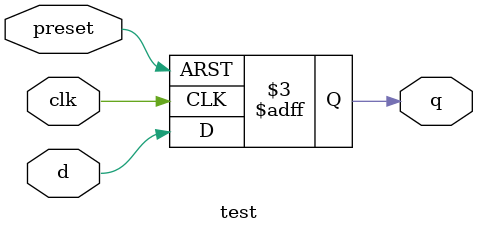
<source format=v>
module test(input d, clk, preset, output reg q);

always @(posedge clk or negedge preset)
    if(!preset)
	    q <= 1'b0;
	else
	    q <= d;
endmodule		

</source>
